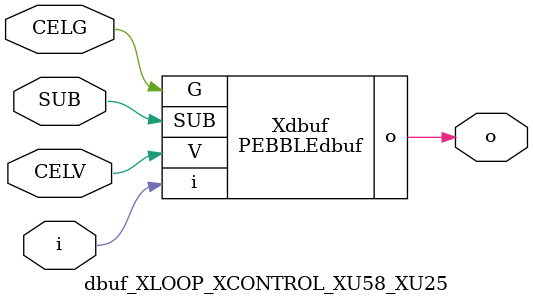
<source format=v>



module PEBBLEdbuf ( o, G, SUB, V, i );

  input V;
  input i;
  input G;
  output o;
  input SUB;
endmodule

//Celera Confidential Do Not Copy dbuf_XLOOP_XCONTROL_XU58_XU25
//Celera Confidential Symbol Generator
//Digital Buffer
module dbuf_XLOOP_XCONTROL_XU58_XU25 (CELV,CELG,i,o,SUB);
input CELV;
input CELG;
input i;
input SUB;
output o;

//Celera Confidential Do Not Copy dbuf
PEBBLEdbuf Xdbuf(
.V (CELV),
.i (i),
.o (o),
.SUB (SUB),
.G (CELG)
);
//,diesize,PEBBLEdbuf

//Celera Confidential Do Not Copy Module End
//Celera Schematic Generator
endmodule

</source>
